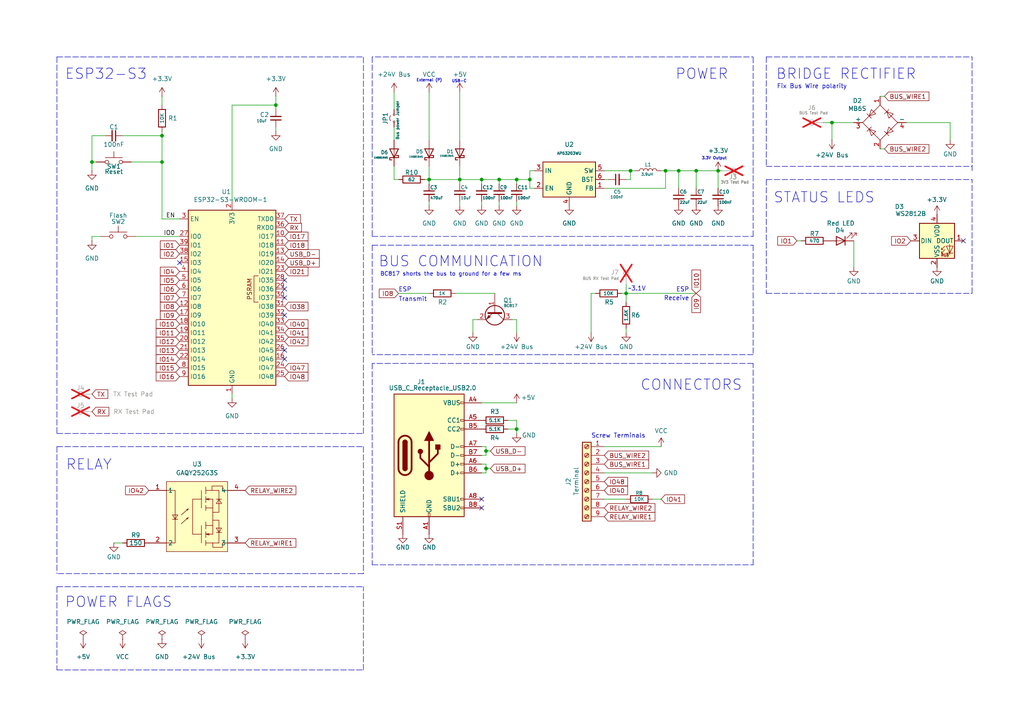
<source format=kicad_sch>
(kicad_sch (version 20250114) (generator "eeschema") (generator_version "9.0")
  (paper "A4")
  (title_block (title "Doorman S3") (date "2025-02-23") (rev "1.6") (comment 1 "TC:Bus Intercom Gateway"))
  (text "Screw Terminals" (at 171.45 127.254 0) (effects (font (size 1.27 1.27)) (justify left bottom)))
  (text "USB-C" (at 135.382 24.13 0) (effects (font (size 0.8 0.8)) (justify right bottom)))
  (text "ESP" (at 196.088 84.836 0) (effects (font (size 1.27 1.27)) (justify left bottom)))
  (text "POWER\n" (at 195.834 23.368 0) (effects (font (size 3 3)) (justify left bottom)))
  (text "~3.1V" (at 182.118 84.582 0) (effects (font (size 1.27 1.27)) (justify left bottom)))
  (text "ESP" (at 115.57 84.836 0) (effects (font (size 1.27 1.27)) (justify left bottom)))
  (text "Transmit" (at 115.57 87.63 0) (effects (font (size 1.27 1.27)) (justify left bottom)))
  (text "CONNECTORS" (at 185.674 113.538 0) (effects (font (size 3 3)) (justify left bottom)))
  (text "3.3V Output" (at 210.82 46.482 0) (effects (font (size 0.8 0.8)) (justify right bottom)))
  (text "STATUS LEDS" (at 224.282 59.182 0) (effects (font (size 3 3)) (justify left bottom)))
  (text "External (P)" (at 128.27 23.876 0) (effects (font (size 0.8 0.8)) (justify right bottom)))
  (text "ESP32-S3" (at 18.796 23.368 0) (effects (font (size 3 3)) (justify left bottom)))
  (text "Fix Bus Wire polarity" (at 225.298 25.908 0) (effects (font (size 1.27 1.27)) (justify left bottom)))
  (text "RELAY" (at 19.05 136.652 0) (effects (font (size 3 3)) (justify left bottom)))
  (text "BRIDGE RECTIFIER" (at 225.044 23.368 0) (effects (font (size 3 3)) (justify left bottom)))
  (text "BC817 shorts the bus to ground for a few ms" (at 110.236 80.264 0) (effects (font (size 1.15 1.15)) (justify left bottom)))
  (text "POWER FLAGS" (at 18.796 176.53 0) (effects (font (size 3 3)) (justify left bottom)))
  (text "Receive" (at 192.532 87.376 0) (effects (font (size 1.27 1.27)) (justify left bottom)))
  (text "BUS COMMUNICATION" (at 109.728 77.724 0) (effects (font (size 3 3)) (justify left bottom)))
  (junction (at 140.97 130.81))
  (junction (at 124.46 52.07))
  (junction (at 241.3 35.56))
  (junction (at 133.35 52.07))
  (junction (at 144.78 52.07))
  (junction (at 208.28 49.53))
  (junction (at 153.67 52.07))
  (junction (at 196.85 49.53))
  (junction (at 149.86 124.46))
  (junction (at 80.01 30.48))
  (junction (at 182.88 49.53))
  (junction (at 46.99 46.99))
  (junction (at 181.61 85.09))
  (junction (at 193.04 49.53))
  (junction (at 139.7 52.07))
  (junction (at 46.99 39.37))
  (junction (at 201.93 49.53))
  (junction (at 149.86 52.07))
  (junction (at 140.97 135.89))
  (junction (at 26.67 46.99))
  (no_connect (at 82.55 81.28))
  (no_connect (at 82.55 91.44))
  (no_connect (at 82.55 101.6))
  (no_connect (at 52.07 76.2))
  (no_connect (at 279.4 69.85))
  (no_connect (at 82.55 83.82))
  (no_connect (at 139.7 147.32))
  (no_connect (at 139.7 144.78))
  (no_connect (at 82.55 86.36))
  (no_connect (at 82.55 104.14))
  (polyline (pts (xy 218.44 102.87) (xy 107.95 102.87)) (stroke (width 0) (type dash)))
  (wire (pts (xy 193.04 49.53) (xy 193.04 54.61)))
  (wire (pts (xy 275.59 35.56) (xy 262.89 35.56)))
  (polyline (pts (xy 222.25 85.09) (xy 281.94 85.09)) (stroke (width 0) (type dash)))
  (wire (pts (xy 26.67 68.58) (xy 29.21 68.58)))
  (polyline (pts (xy 222.25 16.51) (xy 281.94 16.51)) (stroke (width 0) (type dash)))
  (wire (pts (xy 144.78 53.34) (xy 144.78 52.07)))
  (wire (pts (xy 149.86 52.07) (xy 149.86 53.34)))
  (wire (pts (xy 181.61 82.55) (xy 181.61 85.09)))
  (wire (pts (xy 182.88 49.53) (xy 182.88 52.07)))
  (wire (pts (xy 149.86 92.71) (xy 148.59 92.71)))
  (wire (pts (xy 140.97 130.81) (xy 140.97 132.08)))
  (wire (pts (xy 142.24 130.81) (xy 140.97 130.81)))
  (wire (pts (xy 149.86 121.92) (xy 147.32 121.92)))
  (wire (pts (xy 149.86 125.73) (xy 149.86 124.46)))
  (polyline (pts (xy 105.41 125.73) (xy 105.41 16.51)) (stroke (width 0) (type dash)))
  (wire (pts (xy 181.61 95.25) (xy 181.61 96.52)))
  (wire (pts (xy 133.35 26.67) (xy 133.35 40.64)))
  (wire (pts (xy 124.46 59.69) (xy 124.46 58.42)))
  (wire (pts (xy 147.32 124.46) (xy 149.86 124.46)))
  (wire (pts (xy 238.76 35.56) (xy 241.3 35.56)))
  (wire (pts (xy 39.37 68.58) (xy 52.07 68.58)))
  (wire (pts (xy 149.86 52.07) (xy 153.67 52.07)))
  (polyline (pts (xy 107.95 163.83) (xy 218.44 163.83)) (stroke (width 0) (type dash)))
  (wire (pts (xy 133.35 53.34) (xy 133.35 52.07)))
  (wire (pts (xy 180.34 85.09) (xy 181.61 85.09)))
  (polyline (pts (xy 222.25 52.07) (xy 222.25 85.09)) (stroke (width 0) (type dash)))
  (wire (pts (xy 181.61 85.09) (xy 201.93 85.09)))
  (wire (pts (xy 196.85 49.53) (xy 201.93 49.53)))
  (wire (pts (xy 35.56 39.37) (xy 46.99 39.37)))
  (wire (pts (xy 201.93 49.53) (xy 201.93 54.61)))
  (wire (pts (xy 67.31 115.57) (xy 67.31 114.3)))
  (wire (pts (xy 38.1 46.99) (xy 46.99 46.99)))
  (wire (pts (xy 171.45 85.09) (xy 171.45 96.52)))
  (polyline (pts (xy 281.94 49.53) (xy 281.94 16.51)) (stroke (width 0) (type dash)))
  (wire (pts (xy 140.97 137.16) (xy 139.7 137.16)))
  (wire (pts (xy 140.97 135.89) (xy 140.97 137.16)))
  (polyline (pts (xy 222.25 48.26) (xy 281.94 48.26)) (stroke (width 0) (type dash)))
  (wire (pts (xy 144.78 52.07) (xy 149.86 52.07)))
  (wire (pts (xy 149.86 96.52) (xy 149.86 92.71)))
  (wire (pts (xy 241.3 35.56) (xy 247.65 35.56)))
  (wire (pts (xy 123.19 52.07) (xy 124.46 52.07)))
  (wire (pts (xy 67.31 30.48) (xy 67.31 58.42)))
  (wire (pts (xy 114.3 52.07) (xy 115.57 52.07)))
  (wire (pts (xy 140.97 132.08) (xy 139.7 132.08)))
  (polyline (pts (xy 218.44 105.41) (xy 107.95 105.41)) (stroke (width 0) (type dash)))
  (wire (pts (xy 124.46 53.34) (xy 124.46 52.07)))
  (wire (pts (xy 114.3 26.67) (xy 114.3 31.75)))
  (wire (pts (xy 175.26 144.78) (xy 181.61 144.78)))
  (polyline (pts (xy 105.41 129.54) (xy 105.41 166.37)) (stroke (width 0) (type dash)))
  (wire (pts (xy 124.46 26.67) (xy 124.46 40.64)))
  (polyline (pts (xy 107.95 71.12) (xy 107.95 102.87)) (stroke (width 0) (type dash)))
  (wire (pts (xy 80.01 27.94) (xy 80.01 30.48)))
  (polyline (pts (xy 222.25 52.07) (xy 281.94 52.07)) (stroke (width 0) (type dash)))
  (polyline (pts (xy 218.44 71.12) (xy 218.44 102.87)) (stroke (width 0) (type dash)))
  (wire (pts (xy 191.77 129.54) (xy 175.26 129.54)))
  (polyline (pts (xy 213.36 16.51) (xy 218.44 16.51)) (stroke (width 0) (type dash)))
  (polyline (pts (xy 16.51 129.54) (xy 105.41 129.54)) (stroke (width 0) (type dash)))
  (wire (pts (xy 153.67 52.07) (xy 153.67 54.61)))
  (wire (pts (xy 46.99 39.37) (xy 46.99 46.99)))
  (wire (pts (xy 153.67 54.61) (xy 154.94 54.61)))
  (polyline (pts (xy 107.95 16.51) (xy 107.95 68.58)) (stroke (width 0) (type dash)))
  (polyline (pts (xy 218.44 163.83) (xy 218.44 105.41)) (stroke (width 0) (type dash)))
  (wire (pts (xy 139.7 59.69) (xy 139.7 58.42)))
  (wire (pts (xy 26.67 46.99) (xy 26.67 49.53)))
  (polyline (pts (xy 16.51 16.51) (xy 16.51 125.73)) (stroke (width 0) (type dash)))
  (wire (pts (xy 193.04 49.53) (xy 191.77 49.53)))
  (wire (pts (xy 46.99 63.5) (xy 52.07 63.5)))
  (wire (pts (xy 26.67 39.37) (xy 30.48 39.37)))
  (wire (pts (xy 46.99 30.48) (xy 46.99 27.94)))
  (wire (pts (xy 241.3 40.64) (xy 241.3 35.56)))
  (polyline (pts (xy 213.36 16.51) (xy 107.95 16.51)) (stroke (width 0) (type dash)))
  (wire (pts (xy 201.93 49.53) (xy 208.28 49.53)))
  (wire (pts (xy 133.35 52.07) (xy 139.7 52.07)))
  (wire (pts (xy 142.24 135.89) (xy 140.97 135.89)))
  (polyline (pts (xy 105.41 166.37) (xy 16.51 166.37)) (stroke (width 0) (type dash)))
  (wire (pts (xy 191.77 144.78) (xy 189.23 144.78)))
  (wire (pts (xy 137.16 96.52) (xy 137.16 92.71)))
  (polyline (pts (xy 222.25 16.51) (xy 222.25 48.26)) (stroke (width 0) (type dash)))
  (wire (pts (xy 26.67 69.85) (xy 26.67 68.58)))
  (wire (pts (xy 132.08 85.09) (xy 143.51 85.09)))
  (wire (pts (xy 256.54 27.94) (xy 255.27 27.94)))
  (wire (pts (xy 139.7 52.07) (xy 144.78 52.07)))
  (wire (pts (xy 33.02 157.48) (xy 35.56 157.48)))
  (wire (pts (xy 149.86 121.92) (xy 149.86 124.46)))
  (wire (pts (xy 115.57 85.09) (xy 124.46 85.09)))
  (wire (pts (xy 208.28 54.61) (xy 208.28 49.53)))
  (wire (pts (xy 231.14 69.85) (xy 232.41 69.85)))
  (wire (pts (xy 193.04 49.53) (xy 196.85 49.53)))
  (polyline (pts (xy 107.95 71.12) (xy 218.44 71.12)) (stroke (width 0) (type dash)))
  (polyline (pts (xy 16.51 129.54) (xy 16.51 166.37)) (stroke (width 0) (type dash)))
  (wire (pts (xy 140.97 134.62) (xy 139.7 134.62)))
  (wire (pts (xy 149.86 116.84) (xy 139.7 116.84)))
  (polyline (pts (xy 105.41 194.31) (xy 105.41 170.18)) (stroke (width 0) (type dash)))
  (wire (pts (xy 153.67 49.53) (xy 153.67 52.07)))
  (wire (pts (xy 144.78 59.69) (xy 144.78 58.42)))
  (wire (pts (xy 181.61 85.09) (xy 181.61 87.63)))
  (polyline (pts (xy 218.44 68.58) (xy 218.44 16.51)) (stroke (width 0) (type dash)))
  (wire (pts (xy 80.01 30.48) (xy 67.31 30.48)))
  (wire (pts (xy 114.3 36.83) (xy 114.3 40.64)))
  (polyline (pts (xy 16.51 16.51) (xy 105.41 16.51)) (stroke (width 0) (type dash)))
  (wire (pts (xy 189.23 137.16) (xy 175.26 137.16)))
  (polyline (pts (xy 16.51 170.18) (xy 16.51 194.31)) (stroke (width 0) (type dash)))
  (wire (pts (xy 124.46 52.07) (xy 133.35 52.07)))
  (wire (pts (xy 171.45 85.09) (xy 172.72 85.09)))
  (wire (pts (xy 175.26 54.61) (xy 193.04 54.61)))
  (wire (pts (xy 196.85 49.53) (xy 196.85 54.61)))
  (polyline (pts (xy 16.51 194.31) (xy 105.41 194.31)) (stroke (width 0) (type dash)))
  (wire (pts (xy 256.54 43.18) (xy 255.27 43.18)))
  (wire (pts (xy 275.59 40.64) (xy 275.59 35.56)))
  (wire (pts (xy 46.99 38.1) (xy 46.99 39.37)))
  (wire (pts (xy 182.88 52.07) (xy 181.61 52.07)))
  (wire (pts (xy 26.67 46.99) (xy 27.94 46.99)))
  (wire (pts (xy 140.97 129.54) (xy 140.97 130.81)))
  (wire (pts (xy 124.46 48.26) (xy 124.46 52.07)))
  (wire (pts (xy 140.97 134.62) (xy 140.97 135.89)))
  (wire (pts (xy 46.99 46.99) (xy 46.99 63.5)))
  (wire (pts (xy 209.55 49.53) (xy 208.28 49.53)))
  (wire (pts (xy 80.01 36.83) (xy 80.01 38.1)))
  (polyline (pts (xy 16.51 125.73) (xy 105.41 125.73)) (stroke (width 0) (type dash)))
  (wire (pts (xy 133.35 59.69) (xy 133.35 58.42)))
  (wire (pts (xy 137.16 92.71) (xy 138.43 92.71)))
  (wire (pts (xy 140.97 129.54) (xy 139.7 129.54)))
  (wire (pts (xy 175.26 49.53) (xy 182.88 49.53)))
  (polyline (pts (xy 107.95 68.58) (xy 218.44 68.58)) (stroke (width 0) (type dash)))
  (wire (pts (xy 133.35 48.26) (xy 133.35 52.07)))
  (wire (pts (xy 139.7 52.07) (xy 139.7 53.34)))
  (wire (pts (xy 80.01 30.48) (xy 80.01 31.75)))
  (wire (pts (xy 184.15 49.53) (xy 182.88 49.53)))
  (wire (pts (xy 176.53 52.07) (xy 175.26 52.07)))
  (wire (pts (xy 247.65 77.47) (xy 247.65 69.85)))
  (wire (pts (xy 153.67 49.53) (xy 154.94 49.53)))
  (polyline (pts (xy 107.95 105.41) (xy 107.95 163.83)) (stroke (width 0) (type dash)))
  (wire (pts (xy 149.86 59.69) (xy 149.86 58.42)))
  (polyline (pts (xy 16.51 170.18) (xy 105.41 170.18)) (stroke (width 0) (type dash)))
  (wire (pts (xy 114.3 48.26) (xy 114.3 52.07)))
  (wire (pts (xy 26.67 39.37) (xy 26.67 46.99)))
  (polyline (pts (xy 281.94 85.09) (xy 281.94 52.07)) (stroke (width 0) (type dash)))
  (label "EN" (at 50.8 63.5 180))
  (label "IO0" (at 50.8 68.58 180))
  (global_label "IO10" (shape input) (at 52.07 93.98 180) (property "Intersheetrefs" "${INTERSHEET_REFS}" (effects (hide yes))))
  (global_label "IO48" (shape input) (at 175.26 139.7 0) (property "Intersheetrefs" "${INTERSHEET_REFS}" (effects (hide yes))))
  (global_label "IO9" (shape input) (at 52.07 91.44 180) (property "Intersheetrefs" "${INTERSHEET_REFS}" (effects (hide yes))))
  (global_label "TX" (shape input) (at 26.67 114.3 0) (property "Intersheetrefs" "${INTERSHEET_REFS}" (effects (hide yes))))
  (global_label "IO9" (shape input) (at 201.93 85.09 270) (property "Intersheetrefs" "${INTERSHEET_REFS}" (effects (hide yes))))
  (global_label "IO11" (shape input) (at 52.07 96.52 180) (property "Intersheetrefs" "${INTERSHEET_REFS}" (effects (hide yes))))
  (global_label "IO47" (shape input) (at 82.55 106.68 0) (property "Intersheetrefs" "${INTERSHEET_REFS}" (effects (hide yes))))
  (global_label "BUS_WIRE1" (shape input) (at 175.26 134.62 0) (property "Intersheetrefs" "${INTERSHEET_REFS}" (effects (hide yes))))
  (global_label "IO40" (shape input) (at 175.26 142.24 0) (property "Intersheetrefs" "${INTERSHEET_REFS}" (effects (hide yes))))
  (global_label "IO7" (shape input) (at 52.07 86.36 180) (property "Intersheetrefs" "${INTERSHEET_REFS}" (effects (hide yes))))
  (global_label "IO16" (shape input) (at 52.07 109.22 180) (property "Intersheetrefs" "${INTERSHEET_REFS}" (effects (hide yes))))
  (global_label "USB_D-" (shape input) (at 142.24 130.81 0) (property "Intersheetrefs" "${INTERSHEET_REFS}" (effects (hide yes))))
  (global_label "IO42" (shape input) (at 43.18 142.24 180) (property "Intersheetrefs" "${INTERSHEET_REFS}" (effects (hide yes))))
  (global_label "USB_D+" (shape input) (at 142.24 135.89 0) (property "Intersheetrefs" "${INTERSHEET_REFS}" (effects (hide yes))))
  (global_label "IO18" (shape input) (at 82.55 71.12 0) (property "Intersheetrefs" "${INTERSHEET_REFS}" (effects (hide yes))))
  (global_label "IO41" (shape input) (at 191.77 144.78 0) (property "Intersheetrefs" "${INTERSHEET_REFS}" (effects (hide yes))))
  (global_label "IO17" (shape input) (at 82.55 68.58 0) (property "Intersheetrefs" "${INTERSHEET_REFS}" (effects (hide yes))))
  (global_label "IO13" (shape input) (at 52.07 101.6 180) (property "Intersheetrefs" "${INTERSHEET_REFS}" (effects (hide yes))))
  (global_label "IO41" (shape input) (at 82.55 96.52 0) (property "Intersheetrefs" "${INTERSHEET_REFS}" (effects (hide yes))))
  (global_label "TX" (shape input) (at 82.55 63.5 0) (property "Intersheetrefs" "${INTERSHEET_REFS}" (effects (hide yes))))
  (global_label "IO1" (shape input) (at 52.07 71.12 180) (property "Intersheetrefs" "${INTERSHEET_REFS}" (effects (hide yes))))
  (global_label "IO42" (shape input) (at 82.55 99.06 0) (property "Intersheetrefs" "${INTERSHEET_REFS}" (effects (hide yes))))
  (global_label "IO2" (shape input) (at 52.07 73.66 180) (property "Intersheetrefs" "${INTERSHEET_REFS}" (effects (hide yes))))
  (global_label "IO2" (shape input) (at 264.16 69.85 180) (property "Intersheetrefs" "${INTERSHEET_REFS}" (effects (hide yes))))
  (global_label "IO14" (shape input) (at 52.07 104.14 180) (property "Intersheetrefs" "${INTERSHEET_REFS}" (effects (hide yes))))
  (global_label "RELAY_WIRE2" (shape input) (at 71.12 142.24 0) (property "Intersheetrefs" "${INTERSHEET_REFS}" (effects (hide yes))))
  (global_label "USB_D-" (shape input) (at 82.55 73.66 0) (property "Intersheetrefs" "${INTERSHEET_REFS}" (effects (hide yes))))
  (global_label "RX" (shape input) (at 26.67 119.38 0) (property "Intersheetrefs" "${INTERSHEET_REFS}" (effects (hide yes))))
  (global_label "IO8" (shape input) (at 115.57 85.09 180) (property "Intersheetrefs" "${INTERSHEET_REFS}" (effects (hide yes))))
  (global_label "BUS_WIRE2" (shape input) (at 175.26 132.08 0) (property "Intersheetrefs" "${INTERSHEET_REFS}" (effects (hide yes))))
  (global_label "IO6" (shape input) (at 52.07 83.82 180) (property "Intersheetrefs" "${INTERSHEET_REFS}" (effects (hide yes))))
  (global_label "IO40" (shape input) (at 82.55 93.98 0) (property "Intersheetrefs" "${INTERSHEET_REFS}" (effects (hide yes))))
  (global_label "IO5" (shape input) (at 52.07 81.28 180) (property "Intersheetrefs" "${INTERSHEET_REFS}" (effects (hide yes))))
  (global_label "IO15" (shape input) (at 52.07 106.68 180) (property "Intersheetrefs" "${INTERSHEET_REFS}" (effects (hide yes))))
  (global_label "RELAY_WIRE1" (shape input) (at 175.26 149.86 0) (property "Intersheetrefs" "${INTERSHEET_REFS}" (effects (hide yes))))
  (global_label "RELAY_WIRE1" (shape input) (at 71.12 157.48 0) (property "Intersheetrefs" "${INTERSHEET_REFS}" (effects (hide yes))))
  (global_label "IO38" (shape input) (at 82.55 88.9 0) (property "Intersheetrefs" "${INTERSHEET_REFS}" (effects (hide yes))))
  (global_label "USB_D+" (shape input) (at 82.55 76.2 0) (property "Intersheetrefs" "${INTERSHEET_REFS}" (effects (hide yes))))
  (global_label "IO4" (shape input) (at 52.07 78.74 180) (property "Intersheetrefs" "${INTERSHEET_REFS}" (effects (hide yes))))
  (global_label "IO8" (shape input) (at 52.07 88.9 180) (property "Intersheetrefs" "${INTERSHEET_REFS}" (effects (hide yes))))
  (global_label "RX" (shape input) (at 82.55 66.04 0) (property "Intersheetrefs" "${INTERSHEET_REFS}" (effects (hide yes))))
  (global_label "IO10" (shape input) (at 201.93 85.09 90) (property "Intersheetrefs" "${INTERSHEET_REFS}" (effects (hide yes))))
  (global_label "RELAY_WIRE2" (shape input) (at 175.26 147.32 0) (property "Intersheetrefs" "${INTERSHEET_REFS}" (effects (hide yes))))
  (global_label "IO21" (shape input) (at 82.55 78.74 0) (property "Intersheetrefs" "${INTERSHEET_REFS}" (effects (hide yes))))
  (global_label "IO48" (shape input) (at 82.55 109.22 0) (property "Intersheetrefs" "${INTERSHEET_REFS}" (effects (hide yes))))
  (global_label "BUS_WIRE1" (shape input) (at 256.54 27.94 0) (property "Intersheetrefs" "${INTERSHEET_REFS}" (effects (hide yes))))
  (global_label "BUS_WIRE2" (shape input) (at 256.54 43.18 0) (property "Intersheetrefs" "${INTERSHEET_REFS}" (effects (hide yes))))
  (global_label "IO1" (shape input) (at 231.14 69.85 180) (property "Intersheetrefs" "${INTERSHEET_REFS}" (effects (hide yes))))
  (global_label "IO12" (shape input) (at 52.07 99.06 180) (property "Intersheetrefs" "${INTERSHEET_REFS}" (effects (hide yes))))
  (symbol (lib_name "GND_1") (lib_id "power:GND") (at 137.16 96.52 0) (unit 1)
    (property "Reference" "#PWR016" (effects (hide yes)))
    (property "Value" "GND" (at 137.16 100.584 0))
    (property "Description" "Power symbol creates a global label with name \"GND\" , ground" (effects (hide yes)))
  )
  (symbol (lib_id "Connector:USB_C_Receptacle_USB2.0_16P") (at 124.46 132.08 0) (unit 1)
    (property "Reference" "J1" (at 122.174 110.744 0))
    (property "Value" "USB_C_Receptacle_USB2.0" (at 125.476 112.522 0))
    (property "Footprint" "Connector_USB:USB_C_Receptacle_HRO_TYPE-C-31-M-12" (effects (hide yes)))
    (property "Datasheet" "https://www.usb.org/sites/default/files/documents/usb_type-c.zip" (effects (hide yes)))
    (property "Description" "5A 1 Surface Mount，Right Angle 16P Female -25℃~+85℃ Type-C SMD USB Connectors ROHS" (effects (hide yes)))
    (property "LCSC" "C2765186" (effects (hide yes)))
    (property "MPN" "TYPE-C 16PIN 2MD(073)" (effects (hide yes)))
    (property "Cheap Version" "C2765186" (effects (hide yes)))
    (property "Expensive Version" "C165948" (effects (hide yes)))
    (property "Package" "SMD" (effects (hide yes)))
  )
  (symbol (lib_name "GND_7") (lib_id "power:GND") (at 124.46 154.94 0) (unit 1)
    (property "Reference" "#PWR012" (effects (hide yes)))
    (property "Value" "GND" (at 124.46 158.75 0))
    (property "Description" "Power symbol creates a global label with name \"GND\" , ground" (effects (hide yes)))
  )
  (symbol (lib_name "GND_7") (lib_id "power:GND") (at 80.01 38.1 0) (unit 1)
    (property "Reference" "#PWR011" (effects (hide yes)))
    (property "Value" "GND" (at 80.01 43.18 0))
    (property "Description" "Power symbol creates a global label with name \"GND\" , ground" (effects (hide yes)))
  )
  (symbol (lib_id "Connector:TestPoint") (at 181.61 82.55 0) (unit 1) (in_bom no) (dnp yes)
    (property "Reference" "J7" (at 178.308 78.994 0))
    (property "Value" "BUS RX Test Pad" (at 174.244 80.772 0) (effects (font (size 0.8 0.8))))
    (property "Footprint" "TestPoint:TestPoint_Pad_D1.0mm" (effects (hide yes)))
    (property "Description" "test point" (effects (hide yes)))
  )
  (symbol (lib_id "Regulator_Switching:AP63203WU") (at 165.1 52.07 0) (unit 1)
    (property "Reference" "U2" (at 165.1 41.91 0))
    (property "Value" "AP63203WU" (at 165.1 44.45 0) (effects (font (size 0.8 0.8))))
    (property "Footprint" "Package_TO_SOT_SMD:TSOT-23-6" (effects (hide yes)))
    (property "Datasheet" "https://www.diodes.com/assets/Datasheets/AP63200-AP63201-AP63203-AP63205.pdf" (effects (hide yes)))
    (property "Description" "Step-down type Fixed 2A 3.3V 3.8V~32V TSOT-23-6 DC-DC Converters ROHS" (effects (hide yes)))
    (property "LCSC" "C780769" (effects (hide yes)))
    (property "MPN" "AP63203WU-7" (effects (hide yes)))
    (property "Package" "TSOT-23-6" (effects (hide yes)))
  )
  (symbol (lib_id "Transistor_BJT:BC817") (at 143.51 90.17 270) (unit 1)
    (property "Reference" "Q1" (at 147.32 87.122 90))
    (property "Value" "BC817" (at 148.082 88.646 90) (effects (font (size 0.8 0.8))))
    (property "Footprint" "Package_TO_SOT_SMD:SOT-23" (effects (hide yes)))
    (property "Datasheet" "https://www.onsemi.com/pub/Collateral/BC818-D.pdf" (effects (hide yes)))
    (property "Description" "0.8A Ic, 45V Vce, NPN Transistor, SOT-23" (effects (hide yes)))
    (property "Package" "SOT-23" (effects (hide yes)))
    (property "MPN" "BC817-25,215" (effects (hide yes)))
    (property "LCSC" "C39828" (effects (hide yes)))
    (property "Height" "1.1" (effects (hide yes)))
    (property "Mouser Part Number" "N/A" (effects (hide yes)))
    (property "Mouser Price/Stock" "https://www.mouser.co.uk/ProductDetail/NXP-Semiconductors/BC817?qs=55YtniHzbhB1EDHcioPgAw%3D%3D" (effects (hide yes)))
    (property "Manufacturer_Name" "NXP" (effects (hide yes)))
    (property "Manufacturer_Part_Number" "BC817" (effects (hide yes)))
  )
  (symbol (lib_name "GND_5") (lib_id "power:GND") (at 247.65 77.47 0) (unit 1)
    (property "Reference" "#PWR032" (effects (hide yes)))
    (property "Value" "GND" (at 247.65 81.534 0))
    (property "Description" "Power symbol creates a global label with name \"GND\" , ground" (effects (hide yes)))
  )
  (symbol (lib_name "+3.3V_1") (lib_id "power:+3.3V") (at 271.78 62.23 0) (unit 1)
    (property "Reference" "#PWR030" (effects (hide yes)))
    (property "Value" "+3.3V" (at 268.732 57.912 0) (effects (justify left)))
    (property "Description" "Power symbol creates a global label with name \"+3.3V\"" (effects (hide yes)))
  )
  (symbol (lib_id "Device:C_Small") (at 208.28 57.15 180) (unit 1)
    (property "Reference" "C10" (at 211.582 55.626 0) (effects (font (size 1 1)) (justify left)))
    (property "Value" "100nF" (at 212.344 58.674 0) (effects (font (size 0.8 0.8)) (justify left)))
    (property "Footprint" "Capacitor_SMD:C_0603_1608Metric" (effects (hide yes)))
    (property "Description" "50V 100nF X7R ±10% 0603 Multilayer Ceramic Capacitors MLCC - SMD/SMT ROHS" (effects (hide yes)))
    (property "LCSC" "C14663" (effects (hide yes)))
    (property "MPN" "CC0603KRX7R9BB104" (effects (hide yes)))
    (property "Package" "0603" (effects (hide yes)))
  )
  (symbol (lib_name "GND_7") (lib_id "power:GND") (at 46.99 185.42 0) (unit 1)
    (property "Reference" "#PWR06" (effects (hide yes)))
    (property "Value" "GND" (at 46.99 190.5 0))
    (property "Description" "Power symbol creates a global label with name \"GND\" , ground" (effects (hide yes)))
  )
  (symbol (lib_id "Connector:TestPoint") (at 209.55 49.53 270) (unit 1) (in_bom no) (dnp yes)
    (property "Reference" "J3" (at 212.598 51.308 90))
    (property "Value" "3V3 Test Pad" (at 213.106 52.832 90) (effects (font (size 0.8 0.8))))
    (property "Footprint" "TestPoint:TestPoint_Pad_D1.0mm" (effects (hide yes)))
    (property "Description" "test point" (effects (hide yes)))
  )
  (symbol (lib_name "GND_7") (lib_id "power:GND") (at 149.86 59.69 0) (unit 1)
    (property "Reference" "#PWR040" (effects (hide yes)))
    (property "Value" "GND" (at 149.86 64.77 0))
    (property "Description" "Power symbol creates a global label with name \"GND\" , ground" (effects (hide yes)))
  )
  (symbol (lib_id "Diode_Bridge:MB6S") (at 255.27 35.56 180) (unit 1)
    (property "Reference" "D2" (at 248.666 29.21 0))
    (property "Value" "MB6S" (at 248.666 31.496 0))
    (property "Footprint" "Package_TO_SOT_SMD:TO-269AA" (effects (hide yes)))
    (property "Datasheet" "http://www.vishay.com/docs/88573/dfs.pdf" (effects (hide yes)))
    (property "Description" "Miniature Glass Passivated Single-Phase Surface Mount Bridge Rectifiers, 700V Vrms, 1.0A If, DFS SMD package" (effects (hide yes)))
    (property "LCSC" "C3011144" (effects (hide yes)))
    (property "MPN" "MB6S" (effects (hide yes)))
    (property "Package" "MBS" (effects (hide yes)))
  )
  (symbol (lib_id "Device:R") (at 39.37 157.48 270) (unit 1)
    (property "Reference" "R9" (at 39.37 155.194 90))
    (property "Value" "150" (at 39.37 157.48 90))
    (property "Footprint" "Resistor_SMD:R_0402_1005Metric" (effects (hide yes)))
    (property "Description" "62.5mW Thick Film Resistors 50V ±100ppm/℃ ±1% 150Ω 0402 Chip Resistor - Surface Mount ROHS" (effects (hide yes)))
    (property "LCSC" "C25082" (effects (hide yes)))
    (property "MPN" "0402WGF1500TCE" (effects (hide yes)))
    (property "Package" "0402" (effects (hide yes)))
  )
  (symbol (lib_id "Device:R") (at 143.51 124.46 270) (unit 1)
    (property "Reference" "R4" (at 143.51 127 90))
    (property "Value" "5.1K" (at 143.51 124.46 90) (effects (font (size 1 1))))
    (property "Footprint" "Resistor_SMD:R_0402_1005Metric" (effects (hide yes)))
    (property "Datasheet" "https://datasheet.lcsc.com/lcsc/2206010045_UNI-ROYAL-Uniroyal-Elec-0402WGF5101TCE_C25905.pdf" (effects (hide yes)))
    (property "Description" "62.5mW Thick Film Resistors ±100ppm/℃ ±1% 5.1kΩ 0402 Chip Resistor - Surface Mount ROHS" (effects (hide yes)))
    (property "LCSC" "C25905" (effects (hide yes)))
    (property "MPN" "0402WGF5101TCE" (effects (hide yes)))
    (property "Package" "0402" (effects (hide yes)))
  )
  (symbol (lib_name "GND_1") (lib_id "power:GND") (at 181.61 96.52 0) (unit 1)
    (property "Reference" "#PWR023" (effects (hide yes)))
    (property "Value" "GND" (at 181.61 100.584 0))
    (property "Description" "Power symbol creates a global label with name \"GND\" , ground" (effects (hide yes)))
  )
  (symbol (lib_id "LED:WS2812B-2020") (at 271.78 69.85 0) (unit 1)
    (property "Reference" "D3" (at 260.858 59.944 0))
    (property "Value" "WS2812B" (at 264.16 61.976 0))
    (property "Footprint" "LED_SMD:LED_WS2812B-2020_PLCC4_2.0x2.0mm" (effects (hide yes)))
    (property "Datasheet" "https://cdn-shop.adafruit.com/product-files/4684/4684_WS2812B-2020_V1.3_EN.pdf" (effects (hide yes)))
    (property "Description" "RGB LED with integrated controller, 2.0 x 2.0 mm, 12 mA" (effects (hide yes)))
    (property "MPN" "WS2812B-2020" (effects (hide yes)))
    (property "LCSC" "C965555" (effects (hide yes)))
    (property "Package" " SMD,2x2mm" (effects (hide yes)))
  )
  (symbol (lib_name "GND_7") (lib_id "power:GND") (at 149.86 125.73 0) (unit 1)
    (property "Reference" "#PWR018" (effects (hide yes)))
    (property "Value" "GND" (at 153.416 126.238 0))
    (property "Description" "Power symbol creates a global label with name \"GND\" , ground" (effects (hide yes)))
  )
  (symbol (lib_id "Device:R") (at 181.61 91.44 0) (mirror y) (unit 1)
    (property "Reference" "R6" (at 185.674 91.44 0) (effects (justify left)))
    (property "Value" "1.6K" (at 181.61 93.218 90) (effects (font (size 1 1)) (justify left)))
    (property "Footprint" "Resistor_SMD:R_0603_1608Metric" (effects (hide yes)))
    (property "Description" "100mW Thick Film Resistors 75V ±100ppm/℃ ±1% 10kΩ 0603 Chip Resistor - Surface Mount ROHS" (effects (hide yes)))
    (property "LCSC" "C25804" (effects (hide yes)))
    (property "MPN" "0603WAF1002T5E" (effects (hide yes)))
    (property "Package" "0603" (effects (hide yes)))
  )
  (symbol (lib_id "Device:C_Small") (at 124.46 55.88 0) (unit 1)
    (property "Reference" "C3" (at 124.714 54.356 0) (effects (font (size 1 1)) (justify left)))
    (property "Value" "470uF" (at 124.714 57.404 0) (effects (font (size 0.8 0.8)) (justify left)))
    (property "Footprint" "Capacitor_SMD:CP_Elec_8x10" (effects (hide yes)))
    (property "Datasheet" "https://wmsc.lcsc.com/wmsc/upload/file/pdf/v2/lcsc/2304140030_NCC-Nippon-Chemi-Con-EMZS350ARA471MHA0G_C2164331.pdf" (effects (hide yes)))
    (property "Description" "470uF 35V 850mA@100KHz 80mΩ@100KHz ±20% SMD,D8xL10.5mm Aluminum Electrolytic Capacitors - SMD ROHS" (effects (hide yes)))
    (property "LCSC" "C2164331" (effects (hide yes)))
    (property "MPN" "EMZS350ARA471MHA0G" (effects (hide yes)))
    (property "Package" "SMD,D8xL10mm" (effects (hide yes)))
  )
  (symbol (lib_name "+3.3V_3") (lib_id "power:+3.3V") (at 80.01 27.94 0) (unit 1)
    (property "Reference" "#PWR010" (effects (hide yes)))
    (property "Value" "+3.3V" (at 80.01 22.86 0))
    (property "Description" "Power symbol creates a global label with name \"+3.3V\"" (effects (hide yes)))
  )
  (symbol (lib_name "GND_1") (lib_id "power:GND") (at 189.23 137.16 90) (unit 1)
    (property "Reference" "#PWR031" (effects (hide yes)))
    (property "Value" "GND" (at 194.564 137.16 90))
    (property "Description" "Power symbol creates a global label with name \"GND\" , ground" (effects (hide yes)))
  )
  (symbol (lib_id "Device:C_Small") (at 33.02 39.37 270) (unit 1)
    (property "Reference" "C1" (at 33.02 36.83 90))
    (property "Value" "100nF" (at 33.02 41.91 90))
    (property "Footprint" "Capacitor_SMD:C_0603_1608Metric" (effects (hide yes)))
    (property "Description" "50V 100nF X7R ±10% 0603 Multilayer Ceramic Capacitors MLCC - SMD/SMT ROHS" (effects (hide yes)))
    (property "LCSC" "C14663" (effects (hide yes)))
    (property "MPN" "CC0603KRX7R9BB104" (effects (hide yes)))
    (property "Package" "0603" (effects (hide yes)))
  )
  (symbol (lib_id "Device:C_Small") (at 179.07 52.07 90) (unit 1)
    (property "Reference" "C5" (at 180.086 55.626 90) (effects (font (size 1 1)) (justify left)))
    (property "Value" "100nF" (at 180.848 57.15 90) (effects (font (size 0.8 0.8)) (justify left)))
    (property "Footprint" "Capacitor_SMD:C_0603_1608Metric" (effects (hide yes)))
    (property "Description" "50V 100nF X7R ±10% 0603 Multilayer Ceramic Capacitors MLCC - SMD/SMT ROHS" (effects (hide yes)))
    (property "LCSC" "C14663" (effects (hide yes)))
    (property "MPN" "CC0603KRX7R9BB104" (effects (hide yes)))
    (property "Package" "0603" (effects (hide yes)))
  )
  (symbol (lib_name "GND_7") (lib_id "power:GND") (at 208.28 59.69 0) (unit 1)
    (property "Reference" "#PWR039" (effects (hide yes)))
    (property "Value" "GND" (at 208.28 64.77 0))
    (property "Description" "Power symbol creates a global label with name \"GND\" , ground" (effects (hide yes)))
  )
  (symbol (lib_id "Device:LED") (at 243.84 69.85 180) (unit 1)
    (property "Reference" "D4" (at 243.586 66.802 0))
    (property "Value" "Red LED" (at 243.84 64.77 0))
    (property "Footprint" "LED_SMD:LED_0603_1608Metric" (effects (hide yes)))
    (property "Description" "25mA 无色透明透镜 -30℃~+85℃ Positive post 617nm~621nm Red 120° 55mW 0603  Light Emitting Diodes (LED) ROHS" (effects (hide yes)))
    (property "LCSC" "C965799" (effects (hide yes)))
    (property "MPN" "XL-1608SURC-06" (effects (hide yes)))
    (property "Package" "0603" (effects (hide yes)))
  )
  (symbol (lib_name "GND_7") (lib_id "power:GND") (at 144.78 59.69 0) (unit 1)
    (property "Reference" "#PWR038" (effects (hide yes)))
    (property "Value" "GND" (at 144.78 64.77 0))
    (property "Description" "Power symbol creates a global label with name \"GND\" , ground" (effects (hide yes)))
  )
  (symbol (lib_id "Device:R") (at 46.99 34.29 0) (unit 1)
    (property "Reference" "R1" (at 48.768 34.29 0) (effects (justify left)))
    (property "Value" "10K" (at 46.99 35.814 90) (effects (font (size 1 1)) (justify left)))
    (property "Footprint" "Resistor_SMD:R_0603_1608Metric" (effects (hide yes)))
    (property "Description" "100mW Thick Film Resistors ±100ppm/℃ ±1% 10kΩ 0603 Chip Resistor - Surface Mount ROHS" (effects (hide yes)))
    (property "LCSC" "C25804" (effects (hide yes)))
    (property "MPN" "0603WAF1002T5E" (effects (hide yes)))
    (property "Package" "0603" (effects (hide yes)))
  )
  (symbol (lib_id "Device:L") (at 187.96 49.53 90) (unit 1)
    (property "Reference" "L1" (at 187.96 47.752 90) (effects (font (size 1 1))))
    (property "Value" "3.9uH" (at 187.706 50.546 90) (effects (font (size 0.8 0.8))))
    (property "Footprint" "Inductor_SMD:L_Abracon_ASPI-4030S" (effects (hide yes)))
    (property "Description" "2.1A 3.9uH ±20% 3A SMD,4x4x3mm  Power Inductors ROHS" (effects (hide yes)))
    (property "LCSC" "C96899" (effects (hide yes)))
    (property "Package" "SMD,4x4mm" (effects (hide yes)))
    (property "MPN" "SWPA4030S3R9MT" (effects (hide yes)))
  )
  (symbol (lib_name "+3.3V_2") (lib_id "power:+3.3V") (at 208.28 49.53 0) (unit 1)
    (property "Reference" "#PWR027" (effects (hide yes)))
    (property "Value" "+3.3V" (at 208.28 43.688 0))
    (property "Description" "Power symbol creates a global label with name \"+3.3V\"" (effects (hide yes)))
  )
  (symbol (lib_id "RF_Module:ESP32-S3-WROOM-1") (at 67.31 86.36 0) (unit 1)
    (property "Reference" "U1" (at 64.262 55.626 0) (effects (justify left)))
    (property "Value" "ESP32-S3-WROOM-1" (at 56.134 57.912 0) (effects (justify left)))
    (property "Footprint" "RF_Module:ESP32-S3-WROOM-1" (effects (hide yes)))
    (property "Datasheet" "https://www.espressif.com/sites/default/files/documentation/esp32-s3-wroom-1_wroom-1u_datasheet_en.pdf" (effects (hide yes)))
    (property "Description" "RF Module, ESP32-S3 SoC, Wi-Fi 802.11b/g/n, Bluetooth, BLE, 32-bit, 3.3V, onboard antenna, SMD" (effects (hide yes)))
    (property "LCSC" "C2913201" (effects (hide yes)))
    (property "MPN" "ESP32-S3-WROOM-1-N8R8" (effects (hide yes)))
    (property "Package" "SMD,25.5x18mm" (effects (hide yes)))
  )
  (symbol (lib_id "Device:C_Small") (at 139.7 55.88 180) (unit 1)
    (property "Reference" "C12" (at 143.002 54.356 0) (effects (font (size 1 1)) (justify left)))
    (property "Value" "100nF" (at 143.764 57.404 0) (effects (font (size 0.8 0.8)) (justify left)))
    (property "Footprint" "Capacitor_SMD:C_0603_1608Metric" (effects (hide yes)))
    (property "Description" "50V 100nF X7R ±10% 0603 Multilayer Ceramic Capacitors MLCC - SMD/SMT ROHS" (effects (hide yes)))
    (property "LCSC" "C14663" (effects (hide yes)))
    (property "MPN" "CC0603KRX7R9BB104" (effects (hide yes)))
    (property "Package" "0603" (effects (hide yes)))
  )
  (symbol (lib_id "Device:R") (at 185.42 144.78 90) (unit 1)
    (property "Reference" "R8" (at 186.436 143.002 90) (effects (font (size 1 1)) (justify left)))
    (property "Value" "10K" (at 186.944 144.78 90) (effects (font (size 1 1)) (justify left)))
    (property "Footprint" "Resistor_SMD:R_0603_1608Metric" (effects (hide yes)))
    (property "Description" "100mW Thick Film Resistors ±100ppm/℃ ±1% 10kΩ 0603 Chip Resistor - Surface Mount ROHS" (effects (hide yes)))
    (property "LCSC" "C25804" (effects (hide yes)))
    (property "MPN" "0603WAF1002T5E" (effects (hide yes)))
    (property "Package" "0603" (effects (hide yes)))
  )
  (symbol (lib_id "Device:R") (at 143.51 121.92 90) (unit 1)
    (property "Reference" "R3" (at 143.51 119.38 90))
    (property "Value" "5.1K" (at 143.51 121.92 90) (effects (font (size 1 1))))
    (property "Footprint" "Resistor_SMD:R_0402_1005Metric" (effects (hide yes)))
    (property "Datasheet" "https://datasheet.lcsc.com/lcsc/2206010045_UNI-ROYAL-Uniroyal-Elec-0402WGF5101TCE_C25905.pdf" (effects (hide yes)))
    (property "Description" "62.5mW Thick Film Resistors ±100ppm/℃ ±1% 5.1kΩ 0402 Chip Resistor - Surface Mount ROHS" (effects (hide yes)))
    (property "LCSC" "C25905" (effects (hide yes)))
    (property "MPN" "0402WGF5101TCE" (effects (hide yes)))
    (property "Package" "0402" (effects (hide yes)))
  )
  (symbol (lib_id "power:PWR_FLAG") (at 24.13 185.42 0) (unit 1)
    (property "Reference" "#FLG01" (effects (hide yes)))
    (property "Value" "PWR_FLAG" (at 24.13 180.34 0))
    (property "Description" "Special symbol for telling ERC where power comes from" (effects (hide yes)))
  )
  (symbol (lib_id "Switch:SW_Push") (at 33.02 46.99 0) (mirror y) (unit 1)
    (property "Reference" "SW1" (at 33.02 48.26 0))
    (property "Value" "Reset" (at 33.02 49.784 0))
    (property "Footprint" "Button_Switch_SMD:SW_SPST_B3U-1000P-B" (effects (hide yes)))
    (property "Description" "50mA Brick nogging SPST 153gf 12V SMD,2.5x3mm Tactile Switches ROHS" (effects (hide yes)))
    (property "LCSC" "C231329" (effects (hide yes)))
    (property "MPN" "B3U-1000P" (effects (hide yes)))
    (property "Package" "SMD,2.5x3mm" (effects (hide yes)))
  )
  (symbol (lib_id "power:+3.3V") (at 71.12 185.42 180) (unit 1)
    (property "Reference" "#PWR09" (effects (hide yes)))
    (property "Value" "+3.3V" (at 71.12 190.5 0))
    (property "Description" "Power symbol creates a global label with name \"+3.3V\"" (effects (hide yes)))
  )
  (symbol (lib_id "Connector:Screw_Terminal_01x09") (at 170.18 139.7 0) (mirror y) (unit 1)
    (property "Reference" "J2" (at 164.846 140.97 90) (effects (justify left)))
    (property "Value" "Terminal" (at 167.132 143.764 90) (effects (justify left)))
    (property "Footprint" "Doorman:CONN-TH_9P-P2.54_KF128-2.54-9P" (effects (hide yes)))
    (property "Datasheet" "https://www.lcsc.com/datasheet/lcsc_datasheet_2301061530_DORABO-DB125-2-54-9P-GN-S_C918127.pdf" (effects (hide yes)))
    (property "Description" "1x9P -40℃~+105℃ 8A 130V Green 18~26 Direct Insert 2.54mm 0.5~1 1 9 Plugin,P=2.54mm Screw Terminal Blocks ROHS" (effects (hide yes)))
    (property "LCSC" "C918127" (effects (hide yes)))
    (property "MPN" "DB125-2.54-9P-GN-S" (effects (hide yes)))
  )
  (symbol (lib_name "GND_7") (lib_id "power:GND") (at 67.31 115.57 0) (unit 1)
    (property "Reference" "#PWR08" (effects (hide yes)))
    (property "Value" "GND" (at 67.31 120.65 0))
    (property "Description" "Power symbol creates a global label with name \"GND\" , ground" (effects (hide yes)))
  )
  (symbol (lib_id "power:PWR_FLAG") (at 46.99 185.42 0) (unit 1)
    (property "Reference" "#FLG03" (effects (hide yes)))
    (property "Value" "PWR_FLAG" (at 46.99 180.34 0))
    (property "Description" "Special symbol for telling ERC where power comes from" (effects (hide yes)))
  )
  (symbol (lib_name "GND_7") (lib_id "power:GND") (at 26.67 69.85 0) (unit 1)
    (property "Reference" "#PWR03" (effects (hide yes)))
    (property "Value" "GND" (at 26.67 74.93 0))
    (property "Description" "Power symbol creates a global label with name \"GND\" , ground" (effects (hide yes)))
  )
  (symbol (lib_id "power:+24V") (at 191.77 129.54 0) (unit 1)
    (property "Reference" "#PWR022" (effects (hide yes)))
    (property "Value" "VCC" (at 191.77 124.968 0))
    (property "Description" "Power symbol creates a global label with name \"VCC\"" (effects (hide yes)))
  )
  (symbol (lib_id "Device:C_Small") (at 201.93 57.15 0) (unit 1)
    (property "Reference" "C7" (at 202.184 55.626 0) (effects (font (size 1 1)) (justify left)))
    (property "Value" "22uF" (at 202.184 58.674 0) (effects (font (size 0.8 0.8)) (justify left)))
    (property "Footprint" "Capacitor_SMD:C_0603_1608Metric" (effects (hide yes)))
    (property "Description" "6.3V 22uF X5R ±20% 0603 Multilayer Ceramic Capacitors MLCC - SMD/SMT ROHS" (effects (hide yes)))
    (property "LCSC" "C59461" (effects (hide yes)))
    (property "MPN" "CL10A226MQ8NRNC" (effects (hide yes)))
    (property "Package" "0603" (effects (hide yes)))
  )
  (symbol (lib_name "GND_7") (lib_id "power:GND") (at 165.1 59.69 0) (unit 1)
    (property "Reference" "#PWR020" (effects (hide yes)))
    (property "Value" "GND" (at 165.1 64.77 0))
    (property "Description" "Power symbol creates a global label with name \"GND\" , ground" (effects (hide yes)))
  )
  (symbol (lib_id "power:+24V") (at 124.46 26.67 0) (unit 1)
    (property "Reference" "#PWR014" (effects (hide yes)))
    (property "Value" "VCC" (at 124.46 21.59 0))
    (property "Description" "Power symbol creates a global label with name \"VCC\"" (effects (hide yes)))
  )
  (symbol (lib_id "power:PWR_FLAG") (at 71.12 185.42 0) (unit 1)
    (property "Reference" "#FLG05" (effects (hide yes)))
    (property "Value" "PWR_FLAG" (at 71.12 180.34 0))
    (property "Description" "Special symbol for telling ERC where power comes from" (effects (hide yes)))
  )
  (symbol (lib_id "Device:C_Small") (at 144.78 55.88 180) (unit 1)
    (property "Reference" "C9" (at 147.066 54.356 0) (effects (font (size 1 1)) (justify left)))
    (property "Value" "100nF" (at 148.844 57.404 0) (effects (font (size 0.8 0.8)) (justify left)))
    (property "Footprint" "Capacitor_SMD:C_0603_1608Metric" (effects (hide yes)))
    (property "Description" "50V 100nF X7R ±10% 0603 Multilayer Ceramic Capacitors MLCC - SMD/SMT ROHS" (effects (hide yes)))
    (property "LCSC" "C14663" (effects (hide yes)))
    (property "MPN" "CC0603KRX7R9BB104" (effects (hide yes)))
    (property "Package" "0603" (effects (hide yes)))
  )
  (symbol (lib_id "Device:R") (at 128.27 85.09 270) (unit 1)
    (property "Reference" "R2" (at 127 87.63 90) (effects (justify left)))
    (property "Value" "1K" (at 128.27 85.09 90) (effects (font (size 1 1))))
    (property "Footprint" "Resistor_SMD:R_0402_1005Metric" (effects (hide yes)))
    (property "Datasheet" "https://wmsc.lcsc.com/wmsc/upload/file/pdf/v2/lcsc/2206010216_UNI-ROYAL-Uniroyal-Elec-0402WGF1001TCE_C11702.pdf" (effects (hide yes)))
    (property "Description" "62.5mW Thick Film Resistors 50V ±100ppm/℃ ±1% 1kΩ 0402  Chip Resistor - Surface Mount ROHS" (effects (hide yes)))
    (property "LCSC" "C11702" (effects (hide yes)))
    (property "MPN" "0402WGF1001TCE" (effects (hide yes)))
    (property "Package" "0402" (effects (hide yes)))
  )
  (symbol (lib_id "Device:R") (at 119.38 52.07 90) (unit 1)
    (property "Reference" "R10" (at 119.38 50.038 90))
    (property "Value" "62" (at 119.38 52.07 90) (effects (font (size 1 1))))
    (property "Footprint" "Resistor_SMD:R_1206_3216Metric" (effects (hide yes)))
    (property "Description" "250mW Thick Film Resistors 200V ±100ppm/℃ ±1% 62Ω 1206  Chip Resistor - Surface Mount ROHS" (effects (hide yes)))
    (property "LCSC" "C17971" (effects (hide yes)))
    (property "MPN" "1206W4F620JT5E" (effects (hide yes)))
    (property "Package" "1206" (effects (hide yes)))
  )
  (symbol (lib_id "Diode:1N5819WS") (at 133.35 44.45 90) (unit 1)
    (property "Reference" "D1" (at 130.556 43.942 90) (effects (font (size 1 1))))
    (property "Value" "1N5819WS" (at 129.54 45.212 90) (effects (font (size 0.5 0.5))))
    (property "Footprint" "Diode_SMD:D_SOD-323" (effects (hide yes)))
    (property "Datasheet" "https://datasheet.lcsc.com/lcsc/2204281430_Guangdong-Hottech-1N5819WS_C191023.pdf" (effects (hide yes)))
    (property "Description" "40V Single 350mA 600mV@200mA SOD-323  Schottky Barrier Diodes (SBD) ROHS" (effects (hide yes)))
    (property "LCSC" "C5451629" (effects (hide yes)))
    (property "Package" "SOD-323" (effects (hide yes)))
    (property "MPN" "1N5819WS" (effects (hide yes)))
  )
  (symbol (lib_id "Connector:TestPoint") (at 238.76 35.56 90) (unit 1) (in_bom no) (dnp yes)
    (property "Reference" "J6" (at 235.458 31.242 90))
    (property "Value" "BUS Test Pad" (at 235.966 32.766 90) (effects (font (size 0.8 0.8))))
    (property "Footprint" "TestPoint:TestPoint_Pad_D1.0mm" (effects (hide yes)))
    (property "Description" "test point" (effects (hide yes)))
  )
  (symbol (lib_id "power:+5V") (at 24.13 185.42 180) (unit 1)
    (property "Reference" "#PWR01" (effects (hide yes)))
    (property "Value" "+5V" (at 24.13 190.5 0))
    (property "Description" "Power symbol creates a global label with name \"+5V\"" (effects (hide yes)))
  )
  (symbol (lib_id "Diode:1N5819WS") (at 124.46 44.45 90) (unit 1)
    (property "Reference" "D5" (at 121.666 43.942 90) (effects (font (size 1 1))))
    (property "Value" "1N5819WS" (at 120.65 45.466 90) (effects (font (size 0.5 0.5))))
    (property "Footprint" "Diode_SMD:D_SOD-323" (effects (hide yes)))
    (property "Datasheet" "https://datasheet.lcsc.com/lcsc/2204281430_Guangdong-Hottech-1N5819WS_C191023.pdf" (effects (hide yes)))
    (property "Description" "40V Single 350mA 600mV@200mA SOD-323  Schottky Barrier Diodes (SBD) ROHS" (effects (hide yes)))
    (property "LCSC" "C5451629" (effects (hide yes)))
    (property "Package" "SOD-323" (effects (hide yes)))
    (property "MPN" "1N5819WS" (effects (hide yes)))
  )
  (symbol (lib_id "power:PWR_FLAG") (at 35.56 185.42 0) (unit 1)
    (property "Reference" "#FLG02" (effects (hide yes)))
    (property "Value" "PWR_FLAG" (at 35.56 180.34 0))
    (property "Description" "Special symbol for telling ERC where power comes from" (effects (hide yes)))
  )
  (symbol (lib_id "power:+24V") (at 241.3 40.64 180) (unit 1)
    (property "Reference" "#PWR015" (effects (hide yes)))
    (property "Value" "+24V Bus" (at 241.3 44.958 0))
    (property "Description" "Power symbol creates a global label with name \"+24V Bus\"" (effects (hide yes)))
  )
  (symbol (lib_id "power:+24V") (at 35.56 185.42 180) (unit 1)
    (property "Reference" "#PWR04" (effects (hide yes)))
    (property "Value" "VCC" (at 35.56 190.5 0))
    (property "Description" "Power symbol creates a global label with name \"VCC\"" (effects (hide yes)))
  )
  (symbol (lib_id "power:+3.3V") (at 46.99 27.94 0) (unit 1)
    (property "Reference" "#PWR05" (effects (hide yes)))
    (property "Value" "+3.3V" (at 46.99 22.86 0))
    (property "Description" "Power symbol creates a global label with name \"+3.3V\"" (effects (hide yes)))
  )
  (symbol (lib_id "Connector:TestPoint") (at 26.67 119.38 90) (unit 1) (in_bom no) (dnp yes)
    (property "Reference" "J5" (at 23.368 117.602 90))
    (property "Value" "RX Test Pad" (at 38.862 119.38 90))
    (property "Footprint" "TestPoint:TestPoint_Pad_D1.0mm" (effects (hide yes)))
    (property "Description" "test point" (effects (hide yes)))
  )
  (symbol (lib_name "GND_7") (lib_id "power:GND") (at 196.85 59.69 0) (unit 1)
    (property "Reference" "#PWR025" (effects (hide yes)))
    (property "Value" "GND" (at 196.85 64.77 0))
    (property "Description" "Power symbol creates a global label with name \"GND\" , ground" (effects (hide yes)))
  )
  (symbol (lib_id "power:PWR_FLAG") (at 58.42 185.42 0) (unit 1)
    (property "Reference" "#FLG04" (effects (hide yes)))
    (property "Value" "PWR_FLAG" (at 58.42 180.34 0))
    (property "Description" "Special symbol for telling ERC where power comes from" (effects (hide yes)))
  )
  (symbol (lib_name "GND_7") (lib_id "power:GND") (at 201.93 59.69 0) (unit 1)
    (property "Reference" "#PWR028" (effects (hide yes)))
    (property "Value" "GND" (at 201.93 64.77 0))
    (property "Description" "Power symbol creates a global label with name \"GND\" , ground" (effects (hide yes)))
  )
  (symbol (lib_id "Device:C_Small") (at 133.35 55.88 0) (unit 1)
    (property "Reference" "C4" (at 133.604 54.356 0) (effects (font (size 1 1)) (justify left)))
    (property "Value" "10uF" (at 133.604 57.404 0) (effects (font (size 0.8 0.8)) (justify left)))
    (property "Footprint" "Capacitor_SMD:C_1206_3216Metric" (effects (hide yes)))
    (property "Description" "50V 10uF X5R ±10% 1206 Multilayer Ceramic Capacitors MLCC - SMD/SMT ROHS" (effects (hide yes)))
    (property "LCSC" "C13585" (effects (hide yes)))
    (property "MPN" "CL31A106KBHNNNE" (effects (hide yes)))
    (property "Package" "1206" (effects (hide yes)))
  )
  (symbol (lib_name "GND_7") (lib_id "power:GND") (at 139.7 59.69 0) (unit 1)
    (property "Reference" "#PWR041" (effects (hide yes)))
    (property "Value" "GND" (at 139.7 64.77 0))
    (property "Description" "Power symbol creates a global label with name \"GND\" , ground" (effects (hide yes)))
  )
  (symbol (lib_id "Diode:1N5819WS") (at 114.3 44.45 90) (unit 1)
    (property "Reference" "D6" (at 111.506 44.196 90) (effects (font (size 1 1))))
    (property "Value" "1N5819WS" (at 110.49 45.72 90) (effects (font (size 0.5 0.5))))
    (property "Footprint" "Diode_SMD:D_SOD-323" (effects (hide yes)))
    (property "Datasheet" "https://datasheet.lcsc.com/lcsc/2204281430_Guangdong-Hottech-1N5819WS_C191023.pdf" (effects (hide yes)))
    (property "Description" "40V Single 350mA 600mV@200mA SOD-323  Schottky Barrier Diodes (SBD) ROHS" (effects (hide yes)))
    (property "LCSC" "C5451629" (effects (hide yes)))
    (property "Package" "SOD-323" (effects (hide yes)))
    (property "MPN" "1N5819WS" (effects (hide yes)))
  )
  (symbol (lib_id "Device:C_Small") (at 149.86 55.88 180) (unit 1)
    (property "Reference" "C11" (at 153.162 54.356 0) (effects (font (size 1 1)) (justify left)))
    (property "Value" "100nF" (at 153.924 57.404 0) (effects (font (size 0.8 0.8)) (justify left)))
    (property "Footprint" "Capacitor_SMD:C_0603_1608Metric" (effects (hide yes)))
    (property "Description" "50V 100nF X7R ±10% 0603 Multilayer Ceramic Capacitors MLCC - SMD/SMT ROHS" (effects (hide yes)))
    (property "LCSC" "C14663" (effects (hide yes)))
    (property "MPN" "CC0603KRX7R9BB104" (effects (hide yes)))
    (property "Package" "0603" (effects (hide yes)))
  )
  (symbol (lib_name "GND_1") (lib_id "power:GND") (at 33.02 157.48 0) (unit 1)
    (property "Reference" "#PWR033" (effects (hide yes)))
    (property "Value" "GND" (at 33.02 161.544 0))
    (property "Description" "Power symbol creates a global label with name \"GND\" , ground" (effects (hide yes)))
  )
  (symbol (lib_name "GND_7") (lib_id "power:GND") (at 26.67 49.53 0) (unit 1)
    (property "Reference" "#PWR02" (effects (hide yes)))
    (property "Value" "GND" (at 26.67 54.61 0))
    (property "Description" "Power symbol creates a global label with name \"GND\" , ground" (effects (hide yes)))
  )
  (symbol (lib_id "power:+5V") (at 133.35 26.67 0) (unit 1)
    (property "Reference" "#PWR013" (effects (hide yes)))
    (property "Value" "+5V" (at 131.318 21.59 0) (effects (justify left)))
    (property "Description" "Power symbol creates a global label with name \"+5V\"" (effects (hide yes)))
  )
  (symbol (lib_id "Device:R") (at 236.22 69.85 90) (unit 1)
    (property "Reference" "R7" (at 236.22 67.818 90))
    (property "Value" "470" (at 236.22 69.85 90) (effects (font (size 1 1))))
    (property "Footprint" "Resistor_SMD:R_0603_1608Metric" (effects (hide yes)))
    (property "Description" "100mW Thick Film Resistors 75V ±100ppm/℃ ±1% 470Ω 0603  Chip Resistor - Surface Mount ROHS" (effects (hide yes)))
    (property "LCSC" "C23179" (effects (hide yes)))
    (property "MPN" "0603WAF4700T5E" (effects (hide yes)))
    (property "Package" "0603" (effects (hide yes)))
  )
  (symbol (lib_name "GND_7") (lib_id "power:GND") (at 133.35 59.69 0) (unit 1)
    (property "Reference" "#PWR019" (effects (hide yes)))
    (property "Value" "GND" (at 133.35 64.77 0))
    (property "Description" "Power symbol creates a global label with name \"GND\" , ground" (effects (hide yes)))
  )
  (symbol (lib_id "Switch:SW_Push") (at 34.29 68.58 0) (mirror y) (unit 1)
    (property "Reference" "SW2" (at 34.29 64.262 0))
    (property "Value" "Flash" (at 34.29 62.484 0))
    (property "Footprint" "Button_Switch_SMD:SW_SPST_B3U-1000P-B" (effects (hide yes)))
    (property "Description" "50mA Brick nogging SPST 153gf 12V SMD,2.5x3mm Tactile Switches ROHS" (effects (hide yes)))
    (property "LCSC" "C231329" (effects (hide yes)))
    (property "MPN" "B3U-1000P" (effects (hide yes)))
    (property "Package" "SMD,2.5x3mm" (effects (hide yes)))
  )
  (symbol (lib_id "easyeda2kicad:GAQY211G2S") (at 55.88 149.86 0) (unit 1)
    (property "Reference" "U3" (at 57.15 134.62 0))
    (property "Value" "GAQY252G3S" (at 57.15 137.16 0))
    (property "Footprint" "Doorman:SOP-4_L4.4-W4.0-P2.54-LS7.0-TL" (effects (hide yes)))
    (property "Datasheet" "https://wmsc.lcsc.com/wmsc/upload/file/pdf/v2/lcsc/2308151358_SUPSiC-GAQY211G2S_C7435104.pdf" (effects (hide yes)))
    (property "Description" "1.2V 40V 60mΩ 2.5A SOP-4 Solid State Relays - MOS Output (PhotoMOS) ROHS" (effects (hide yes)))
    (property "LCSC" "C7435106" (effects (hide yes)))
    (property "MPN" "GAQY252G3S" (effects (hide yes)))
    (property "Package" "SOP-4" (effects (hide yes)))
  )
  (symbol (lib_id "power:+24V") (at 171.45 96.52 180) (unit 1)
    (property "Reference" "#PWR021" (effects (hide yes)))
    (property "Value" "+24V Bus" (at 171.45 100.584 0))
    (property "Description" "Power symbol creates a global label with name \"+24V Bus\"" (effects (hide yes)))
  )
  (symbol (lib_id "power:+5V") (at 149.86 116.84 0) (unit 1)
    (property "Reference" "#PWR017" (effects (hide yes)))
    (property "Value" "+5V" (at 151.13 115.316 0) (effects (justify left)))
    (property "Description" "Power symbol creates a global label with name \"+5V\"" (effects (hide yes)))
  )
  (symbol (lib_id "power:+24V") (at 114.3 26.67 0) (unit 1)
    (property "Reference" "#PWR036" (effects (hide yes)))
    (property "Value" "+24V Bus" (at 114.3 21.59 0))
    (property "Description" "Power symbol creates a global label with name \"+24V Bus\"" (effects (hide yes)))
  )
  (symbol (lib_id "power:+24V") (at 58.42 185.42 180) (unit 1)
    (property "Reference" "#PWR07" (effects (hide yes)))
    (property "Value" "+24V Bus" (at 57.658 190.5 0))
    (property "Description" "Power symbol creates a global label with name \"+24V Bus\"" (effects (hide yes)))
  )
  (symbol (lib_name "GND_7") (lib_id "power:GND") (at 116.84 154.94 0) (unit 1)
    (property "Reference" "#PWR034" (effects (hide yes)))
    (property "Value" "GND" (at 116.84 158.75 0))
    (property "Description" "Power symbol creates a global label with name \"GND\" , ground" (effects (hide yes)))
  )
  (symbol (lib_id "Device:C_Small") (at 196.85 57.15 0) (unit 1)
    (property "Reference" "C6" (at 197.104 55.626 0) (effects (font (size 1 1)) (justify left)))
    (property "Value" "22uF" (at 197.104 58.674 0) (effects (font (size 0.8 0.8)) (justify left)))
    (property "Footprint" "Capacitor_SMD:C_0603_1608Metric" (effects (hide yes)))
    (property "Description" "6.3V 22uF X5R ±20% 0603 Multilayer Ceramic Capacitors MLCC - SMD/SMT ROHS" (effects (hide yes)))
    (property "LCSC" "C59461" (effects (hide yes)))
    (property "MPN" "CL10A226MQ8NRNC" (effects (hide yes)))
    (property "Package" "0603" (effects (hide yes)))
  )
  (symbol (lib_name "GND_7") (lib_id "power:GND") (at 124.46 59.69 0) (unit 1)
    (property "Reference" "#PWR026" (effects (hide yes)))
    (property "Value" "GND" (at 124.46 64.77 0))
    (property "Description" "Power symbol creates a global label with name \"GND\" , ground" (effects (hide yes)))
  )
  (symbol (lib_name "GND_2") (lib_id "power:GND") (at 271.78 77.47 0) (unit 1)
    (property "Reference" "#PWR029" (effects (hide yes)))
    (property "Value" "GND" (at 271.78 81.534 0))
    (property "Description" "Power symbol creates a global label with name \"GND\" , ground" (effects (hide yes)))
  )
  (symbol (lib_id "Connector:TestPoint") (at 26.67 114.3 90) (unit 1) (in_bom no) (dnp yes)
    (property "Reference" "J4" (at 23.368 112.522 90))
    (property "Value" "TX Test Pad" (at 38.608 114.3 90))
    (property "Footprint" "TestPoint:TestPoint_Pad_D1.0mm" (effects (hide yes)))
    (property "Description" "test point" (effects (hide yes)))
  )
  (symbol (lib_id "Device:C_Small") (at 80.01 34.29 180) (unit 1)
    (property "Reference" "C2" (at 76.708 33.274 0))
    (property "Value" "10uF" (at 75.946 35.052 0) (effects (font (size 0.8 0.8))))
    (property "Footprint" "Capacitor_SMD:C_0603_1608Metric" (effects (hide yes)))
    (property "Description" "50V 10uF X5R ±10% 1206 Multilayer Ceramic Capacitors MLCC - SMD/SMT ROHS" (effects (hide yes)))
    (property "LCSC" "C14663" (effects (hide yes)))
    (property "MPN" "CC0603KRX7R9BB104" (effects (hide yes)))
    (property "Package" "0603" (effects (hide yes)))
  )
  (symbol (lib_id "power:GND") (at 275.59 40.64 0) (unit 1)
    (property "Reference" "#PWR024" (effects (hide yes)))
    (property "Value" "GND" (at 277.622 44.704 0) (effects (justify right)))
    (property "Description" "Power symbol creates a global label with name \"GND\" , ground" (effects (hide yes)))
  )
  (symbol (lib_id "power:+24V") (at 149.86 96.52 180) (unit 1)
    (property "Reference" "#PWR035" (effects (hide yes)))
    (property "Value" "+24V Bus" (at 149.86 100.584 0))
    (property "Description" "Power symbol creates a global label with name \"+24V Bus\"" (effects (hide yes)))
  )
  (symbol (lib_id "Device:R") (at 176.53 85.09 90) (mirror x) (unit 1)
    (property "Reference" "R5" (at 178.054 87.63 90) (effects (justify left)))
    (property "Value" "10K" (at 178.054 85.09 90) (effects (font (size 1 1)) (justify left)))
    (property "Footprint" "Resistor_SMD:R_0603_1608Metric" (effects (hide yes)))
    (property "Description" "100mW Thick Film Resistors ±100ppm/℃ ±1% 10kΩ 0603 Chip Resistor - Surface Mount ROHS" (effects (hide yes)))
    (property "LCSC" "C25804" (effects (hide yes)))
    (property "MPN" "0603WAF1002T5E" (effects (hide yes)))
    (property "Package" "0603" (effects (hide yes)))
  )
  (symbol (lib_id "Jumper:Jumper_2_Small_Open") (at 114.3 34.29 90) (unit 1)
    (property "Reference" "JP1" (at 111.76 32.512 0) (effects (justify right)))
    (property "Value" "Bus power Jumper" (at 115.316 29.21 0) (effects (font (size 0.8 0.8)) (justify right)))
    (property "Footprint" "Connector_PinHeader_1.27mm:PinHeader_1x02_P1.27mm_Vertical" (effects (hide yes)))
    (property "Description" "1A Direct Insert Policy 1mm 2P 3mm 2.5mm 1.27mm Single Row 1x2P Plugin,P=1.27mm  Pin Headers ROHS" (effects (hide yes)))
    (property "LCSC" "C2935942" (effects (hide yes)))
    (property "MPN" "DZ127R-11-02-25" (effects (hide yes)))
  )
)
</source>
